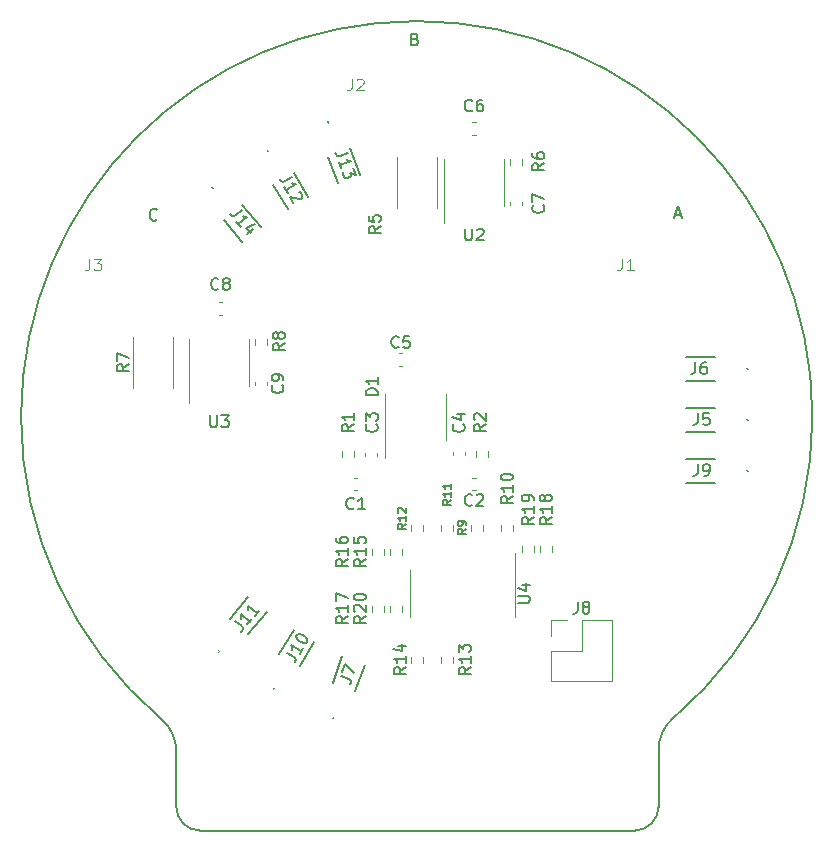
<source format=gbr>
%TF.GenerationSoftware,KiCad,Pcbnew,7.0.6*%
%TF.CreationDate,2024-03-18T21:18:52+03:00*%
%TF.ProjectId,_____ ________,1f3b3042-3020-4343-9042-47383a3e322e,rev?*%
%TF.SameCoordinates,Original*%
%TF.FileFunction,Legend,Top*%
%TF.FilePolarity,Positive*%
%FSLAX46Y46*%
G04 Gerber Fmt 4.6, Leading zero omitted, Abs format (unit mm)*
G04 Created by KiCad (PCBNEW 7.0.6) date 2024-03-18 21:18:52*
%MOMM*%
%LPD*%
G01*
G04 APERTURE LIST*
%ADD10C,0.150000*%
%ADD11C,0.100000*%
%ADD12C,0.120000*%
%ADD13C,0.200000*%
%TA.AperFunction,Profile*%
%ADD14C,0.200000*%
%TD*%
G04 APERTURE END LIST*
D10*
X148790819Y-67222666D02*
X148314628Y-67555999D01*
X148790819Y-67794094D02*
X147790819Y-67794094D01*
X147790819Y-67794094D02*
X147790819Y-67413142D01*
X147790819Y-67413142D02*
X147838438Y-67317904D01*
X147838438Y-67317904D02*
X147886057Y-67270285D01*
X147886057Y-67270285D02*
X147981295Y-67222666D01*
X147981295Y-67222666D02*
X148124152Y-67222666D01*
X148124152Y-67222666D02*
X148219390Y-67270285D01*
X148219390Y-67270285D02*
X148267009Y-67317904D01*
X148267009Y-67317904D02*
X148314628Y-67413142D01*
X148314628Y-67413142D02*
X148314628Y-67794094D01*
X147790819Y-66317904D02*
X147790819Y-66794094D01*
X147790819Y-66794094D02*
X148267009Y-66841713D01*
X148267009Y-66841713D02*
X148219390Y-66794094D01*
X148219390Y-66794094D02*
X148171771Y-66698856D01*
X148171771Y-66698856D02*
X148171771Y-66460761D01*
X148171771Y-66460761D02*
X148219390Y-66365523D01*
X148219390Y-66365523D02*
X148267009Y-66317904D01*
X148267009Y-66317904D02*
X148362247Y-66270285D01*
X148362247Y-66270285D02*
X148600342Y-66270285D01*
X148600342Y-66270285D02*
X148695580Y-66317904D01*
X148695580Y-66317904D02*
X148743200Y-66365523D01*
X148743200Y-66365523D02*
X148790819Y-66460761D01*
X148790819Y-66460761D02*
X148790819Y-66698856D01*
X148790819Y-66698856D02*
X148743200Y-66794094D01*
X148743200Y-66794094D02*
X148695580Y-66841713D01*
X145996819Y-100210857D02*
X145520628Y-100544190D01*
X145996819Y-100782285D02*
X144996819Y-100782285D01*
X144996819Y-100782285D02*
X144996819Y-100401333D01*
X144996819Y-100401333D02*
X145044438Y-100306095D01*
X145044438Y-100306095D02*
X145092057Y-100258476D01*
X145092057Y-100258476D02*
X145187295Y-100210857D01*
X145187295Y-100210857D02*
X145330152Y-100210857D01*
X145330152Y-100210857D02*
X145425390Y-100258476D01*
X145425390Y-100258476D02*
X145473009Y-100306095D01*
X145473009Y-100306095D02*
X145520628Y-100401333D01*
X145520628Y-100401333D02*
X145520628Y-100782285D01*
X145996819Y-99258476D02*
X145996819Y-99829904D01*
X145996819Y-99544190D02*
X144996819Y-99544190D01*
X144996819Y-99544190D02*
X145139676Y-99639428D01*
X145139676Y-99639428D02*
X145234914Y-99734666D01*
X145234914Y-99734666D02*
X145282533Y-99829904D01*
X144996819Y-98925142D02*
X144996819Y-98258476D01*
X144996819Y-98258476D02*
X145996819Y-98687047D01*
X146031429Y-61028833D02*
X145360220Y-61273133D01*
X145360220Y-61273133D02*
X145209691Y-61277246D01*
X145209691Y-61277246D02*
X145087623Y-61220325D01*
X145087623Y-61220325D02*
X144994016Y-61102370D01*
X144994016Y-61102370D02*
X144961443Y-61012875D01*
X145433756Y-62310546D02*
X145238316Y-61773579D01*
X145336036Y-62042063D02*
X146275729Y-61700043D01*
X146275729Y-61700043D02*
X146108914Y-61659408D01*
X146108914Y-61659408D02*
X145986846Y-61602487D01*
X145986846Y-61602487D02*
X145909525Y-61529279D01*
X146487456Y-62281757D02*
X146699182Y-62863472D01*
X146699182Y-62863472D02*
X146227198Y-62680534D01*
X146227198Y-62680534D02*
X146276058Y-62814776D01*
X146276058Y-62814776D02*
X146263884Y-62920557D01*
X146263884Y-62920557D02*
X146235423Y-62981591D01*
X146235423Y-62981591D02*
X146162215Y-63058912D01*
X146162215Y-63058912D02*
X145938479Y-63140345D01*
X145938479Y-63140345D02*
X145832698Y-63128171D01*
X145832698Y-63128171D02*
X145771664Y-63099711D01*
X145771664Y-63099711D02*
X145694343Y-63026503D01*
X145694343Y-63026503D02*
X145596623Y-62758019D01*
X145596623Y-62758019D02*
X145608797Y-62652238D01*
X145608797Y-62652238D02*
X145637258Y-62591204D01*
X155807580Y-83986666D02*
X155855200Y-84034285D01*
X155855200Y-84034285D02*
X155902819Y-84177142D01*
X155902819Y-84177142D02*
X155902819Y-84272380D01*
X155902819Y-84272380D02*
X155855200Y-84415237D01*
X155855200Y-84415237D02*
X155759961Y-84510475D01*
X155759961Y-84510475D02*
X155664723Y-84558094D01*
X155664723Y-84558094D02*
X155474247Y-84605713D01*
X155474247Y-84605713D02*
X155331390Y-84605713D01*
X155331390Y-84605713D02*
X155140914Y-84558094D01*
X155140914Y-84558094D02*
X155045676Y-84510475D01*
X155045676Y-84510475D02*
X154950438Y-84415237D01*
X154950438Y-84415237D02*
X154902819Y-84272380D01*
X154902819Y-84272380D02*
X154902819Y-84177142D01*
X154902819Y-84177142D02*
X154950438Y-84034285D01*
X154950438Y-84034285D02*
X154998057Y-83986666D01*
X155236152Y-83129523D02*
X155902819Y-83129523D01*
X154855200Y-83367618D02*
X155569485Y-83605713D01*
X155569485Y-83605713D02*
X155569485Y-82986666D01*
X135061833Y-72497580D02*
X135014214Y-72545200D01*
X135014214Y-72545200D02*
X134871357Y-72592819D01*
X134871357Y-72592819D02*
X134776119Y-72592819D01*
X134776119Y-72592819D02*
X134633262Y-72545200D01*
X134633262Y-72545200D02*
X134538024Y-72449961D01*
X134538024Y-72449961D02*
X134490405Y-72354723D01*
X134490405Y-72354723D02*
X134442786Y-72164247D01*
X134442786Y-72164247D02*
X134442786Y-72021390D01*
X134442786Y-72021390D02*
X134490405Y-71830914D01*
X134490405Y-71830914D02*
X134538024Y-71735676D01*
X134538024Y-71735676D02*
X134633262Y-71640438D01*
X134633262Y-71640438D02*
X134776119Y-71592819D01*
X134776119Y-71592819D02*
X134871357Y-71592819D01*
X134871357Y-71592819D02*
X135014214Y-71640438D01*
X135014214Y-71640438D02*
X135061833Y-71688057D01*
X135633262Y-72021390D02*
X135538024Y-71973771D01*
X135538024Y-71973771D02*
X135490405Y-71926152D01*
X135490405Y-71926152D02*
X135442786Y-71830914D01*
X135442786Y-71830914D02*
X135442786Y-71783295D01*
X135442786Y-71783295D02*
X135490405Y-71688057D01*
X135490405Y-71688057D02*
X135538024Y-71640438D01*
X135538024Y-71640438D02*
X135633262Y-71592819D01*
X135633262Y-71592819D02*
X135823738Y-71592819D01*
X135823738Y-71592819D02*
X135918976Y-71640438D01*
X135918976Y-71640438D02*
X135966595Y-71688057D01*
X135966595Y-71688057D02*
X136014214Y-71783295D01*
X136014214Y-71783295D02*
X136014214Y-71830914D01*
X136014214Y-71830914D02*
X135966595Y-71926152D01*
X135966595Y-71926152D02*
X135918976Y-71973771D01*
X135918976Y-71973771D02*
X135823738Y-72021390D01*
X135823738Y-72021390D02*
X135633262Y-72021390D01*
X135633262Y-72021390D02*
X135538024Y-72069009D01*
X135538024Y-72069009D02*
X135490405Y-72116628D01*
X135490405Y-72116628D02*
X135442786Y-72211866D01*
X135442786Y-72211866D02*
X135442786Y-72402342D01*
X135442786Y-72402342D02*
X135490405Y-72497580D01*
X135490405Y-72497580D02*
X135538024Y-72545200D01*
X135538024Y-72545200D02*
X135633262Y-72592819D01*
X135633262Y-72592819D02*
X135823738Y-72592819D01*
X135823738Y-72592819D02*
X135918976Y-72545200D01*
X135918976Y-72545200D02*
X135966595Y-72497580D01*
X135966595Y-72497580D02*
X136014214Y-72402342D01*
X136014214Y-72402342D02*
X136014214Y-72211866D01*
X136014214Y-72211866D02*
X135966595Y-72116628D01*
X135966595Y-72116628D02*
X135918976Y-72069009D01*
X135918976Y-72069009D02*
X135823738Y-72021390D01*
D11*
X146351666Y-54702419D02*
X146351666Y-55416704D01*
X146351666Y-55416704D02*
X146304047Y-55559561D01*
X146304047Y-55559561D02*
X146208809Y-55654800D01*
X146208809Y-55654800D02*
X146065952Y-55702419D01*
X146065952Y-55702419D02*
X145970714Y-55702419D01*
X146780238Y-54797657D02*
X146827857Y-54750038D01*
X146827857Y-54750038D02*
X146923095Y-54702419D01*
X146923095Y-54702419D02*
X147161190Y-54702419D01*
X147161190Y-54702419D02*
X147256428Y-54750038D01*
X147256428Y-54750038D02*
X147304047Y-54797657D01*
X147304047Y-54797657D02*
X147351666Y-54892895D01*
X147351666Y-54892895D02*
X147351666Y-54988133D01*
X147351666Y-54988133D02*
X147304047Y-55130990D01*
X147304047Y-55130990D02*
X146732619Y-55702419D01*
X146732619Y-55702419D02*
X147351666Y-55702419D01*
D10*
X151709428Y-51366009D02*
X151852285Y-51413628D01*
X151852285Y-51413628D02*
X151899904Y-51461247D01*
X151899904Y-51461247D02*
X151947523Y-51556485D01*
X151947523Y-51556485D02*
X151947523Y-51699342D01*
X151947523Y-51699342D02*
X151899904Y-51794580D01*
X151899904Y-51794580D02*
X151852285Y-51842200D01*
X151852285Y-51842200D02*
X151757047Y-51889819D01*
X151757047Y-51889819D02*
X151376095Y-51889819D01*
X151376095Y-51889819D02*
X151376095Y-50889819D01*
X151376095Y-50889819D02*
X151709428Y-50889819D01*
X151709428Y-50889819D02*
X151804666Y-50937438D01*
X151804666Y-50937438D02*
X151852285Y-50985057D01*
X151852285Y-50985057D02*
X151899904Y-51080295D01*
X151899904Y-51080295D02*
X151899904Y-51175533D01*
X151899904Y-51175533D02*
X151852285Y-51270771D01*
X151852285Y-51270771D02*
X151804666Y-51318390D01*
X151804666Y-51318390D02*
X151709428Y-51366009D01*
X151709428Y-51366009D02*
X151376095Y-51366009D01*
X146518333Y-91087580D02*
X146470714Y-91135200D01*
X146470714Y-91135200D02*
X146327857Y-91182819D01*
X146327857Y-91182819D02*
X146232619Y-91182819D01*
X146232619Y-91182819D02*
X146089762Y-91135200D01*
X146089762Y-91135200D02*
X145994524Y-91039961D01*
X145994524Y-91039961D02*
X145946905Y-90944723D01*
X145946905Y-90944723D02*
X145899286Y-90754247D01*
X145899286Y-90754247D02*
X145899286Y-90611390D01*
X145899286Y-90611390D02*
X145946905Y-90420914D01*
X145946905Y-90420914D02*
X145994524Y-90325676D01*
X145994524Y-90325676D02*
X146089762Y-90230438D01*
X146089762Y-90230438D02*
X146232619Y-90182819D01*
X146232619Y-90182819D02*
X146327857Y-90182819D01*
X146327857Y-90182819D02*
X146470714Y-90230438D01*
X146470714Y-90230438D02*
X146518333Y-90278057D01*
X147470714Y-91182819D02*
X146899286Y-91182819D01*
X147185000Y-91182819D02*
X147185000Y-90182819D01*
X147185000Y-90182819D02*
X147089762Y-90325676D01*
X147089762Y-90325676D02*
X146994524Y-90420914D01*
X146994524Y-90420914D02*
X146899286Y-90468533D01*
X150938033Y-92398000D02*
X150604700Y-92631333D01*
X150938033Y-92798000D02*
X150238033Y-92798000D01*
X150238033Y-92798000D02*
X150238033Y-92531333D01*
X150238033Y-92531333D02*
X150271366Y-92464667D01*
X150271366Y-92464667D02*
X150304700Y-92431333D01*
X150304700Y-92431333D02*
X150371366Y-92398000D01*
X150371366Y-92398000D02*
X150471366Y-92398000D01*
X150471366Y-92398000D02*
X150538033Y-92431333D01*
X150538033Y-92431333D02*
X150571366Y-92464667D01*
X150571366Y-92464667D02*
X150604700Y-92531333D01*
X150604700Y-92531333D02*
X150604700Y-92798000D01*
X150938033Y-91731333D02*
X150938033Y-92131333D01*
X150938033Y-91931333D02*
X150238033Y-91931333D01*
X150238033Y-91931333D02*
X150338033Y-91998000D01*
X150338033Y-91998000D02*
X150404700Y-92064667D01*
X150404700Y-92064667D02*
X150438033Y-92131333D01*
X150304700Y-91464666D02*
X150271366Y-91431333D01*
X150271366Y-91431333D02*
X150238033Y-91364666D01*
X150238033Y-91364666D02*
X150238033Y-91198000D01*
X150238033Y-91198000D02*
X150271366Y-91131333D01*
X150271366Y-91131333D02*
X150304700Y-91098000D01*
X150304700Y-91098000D02*
X150371366Y-91064666D01*
X150371366Y-91064666D02*
X150438033Y-91064666D01*
X150438033Y-91064666D02*
X150538033Y-91098000D01*
X150538033Y-91098000D02*
X150938033Y-91498000D01*
X150938033Y-91498000D02*
X150938033Y-91064666D01*
X159966819Y-90050857D02*
X159490628Y-90384190D01*
X159966819Y-90622285D02*
X158966819Y-90622285D01*
X158966819Y-90622285D02*
X158966819Y-90241333D01*
X158966819Y-90241333D02*
X159014438Y-90146095D01*
X159014438Y-90146095D02*
X159062057Y-90098476D01*
X159062057Y-90098476D02*
X159157295Y-90050857D01*
X159157295Y-90050857D02*
X159300152Y-90050857D01*
X159300152Y-90050857D02*
X159395390Y-90098476D01*
X159395390Y-90098476D02*
X159443009Y-90146095D01*
X159443009Y-90146095D02*
X159490628Y-90241333D01*
X159490628Y-90241333D02*
X159490628Y-90622285D01*
X159966819Y-89098476D02*
X159966819Y-89669904D01*
X159966819Y-89384190D02*
X158966819Y-89384190D01*
X158966819Y-89384190D02*
X159109676Y-89479428D01*
X159109676Y-89479428D02*
X159204914Y-89574666D01*
X159204914Y-89574666D02*
X159252533Y-89669904D01*
X158966819Y-88479428D02*
X158966819Y-88384190D01*
X158966819Y-88384190D02*
X159014438Y-88288952D01*
X159014438Y-88288952D02*
X159062057Y-88241333D01*
X159062057Y-88241333D02*
X159157295Y-88193714D01*
X159157295Y-88193714D02*
X159347771Y-88146095D01*
X159347771Y-88146095D02*
X159585866Y-88146095D01*
X159585866Y-88146095D02*
X159776342Y-88193714D01*
X159776342Y-88193714D02*
X159871580Y-88241333D01*
X159871580Y-88241333D02*
X159919200Y-88288952D01*
X159919200Y-88288952D02*
X159966819Y-88384190D01*
X159966819Y-88384190D02*
X159966819Y-88479428D01*
X159966819Y-88479428D02*
X159919200Y-88574666D01*
X159919200Y-88574666D02*
X159871580Y-88622285D01*
X159871580Y-88622285D02*
X159776342Y-88669904D01*
X159776342Y-88669904D02*
X159585866Y-88717523D01*
X159585866Y-88717523D02*
X159347771Y-88717523D01*
X159347771Y-88717523D02*
X159157295Y-88669904D01*
X159157295Y-88669904D02*
X159062057Y-88622285D01*
X159062057Y-88622285D02*
X159014438Y-88574666D01*
X159014438Y-88574666D02*
X158966819Y-88479428D01*
X140662819Y-77128666D02*
X140186628Y-77461999D01*
X140662819Y-77700094D02*
X139662819Y-77700094D01*
X139662819Y-77700094D02*
X139662819Y-77319142D01*
X139662819Y-77319142D02*
X139710438Y-77223904D01*
X139710438Y-77223904D02*
X139758057Y-77176285D01*
X139758057Y-77176285D02*
X139853295Y-77128666D01*
X139853295Y-77128666D02*
X139996152Y-77128666D01*
X139996152Y-77128666D02*
X140091390Y-77176285D01*
X140091390Y-77176285D02*
X140139009Y-77223904D01*
X140139009Y-77223904D02*
X140186628Y-77319142D01*
X140186628Y-77319142D02*
X140186628Y-77700094D01*
X140091390Y-76557237D02*
X140043771Y-76652475D01*
X140043771Y-76652475D02*
X139996152Y-76700094D01*
X139996152Y-76700094D02*
X139900914Y-76747713D01*
X139900914Y-76747713D02*
X139853295Y-76747713D01*
X139853295Y-76747713D02*
X139758057Y-76700094D01*
X139758057Y-76700094D02*
X139710438Y-76652475D01*
X139710438Y-76652475D02*
X139662819Y-76557237D01*
X139662819Y-76557237D02*
X139662819Y-76366761D01*
X139662819Y-76366761D02*
X139710438Y-76271523D01*
X139710438Y-76271523D02*
X139758057Y-76223904D01*
X139758057Y-76223904D02*
X139853295Y-76176285D01*
X139853295Y-76176285D02*
X139900914Y-76176285D01*
X139900914Y-76176285D02*
X139996152Y-76223904D01*
X139996152Y-76223904D02*
X140043771Y-76271523D01*
X140043771Y-76271523D02*
X140091390Y-76366761D01*
X140091390Y-76366761D02*
X140091390Y-76557237D01*
X140091390Y-76557237D02*
X140139009Y-76652475D01*
X140139009Y-76652475D02*
X140186628Y-76700094D01*
X140186628Y-76700094D02*
X140281866Y-76747713D01*
X140281866Y-76747713D02*
X140472342Y-76747713D01*
X140472342Y-76747713D02*
X140567580Y-76700094D01*
X140567580Y-76700094D02*
X140615200Y-76652475D01*
X140615200Y-76652475D02*
X140662819Y-76557237D01*
X140662819Y-76557237D02*
X140662819Y-76366761D01*
X140662819Y-76366761D02*
X140615200Y-76271523D01*
X140615200Y-76271523D02*
X140567580Y-76223904D01*
X140567580Y-76223904D02*
X140472342Y-76176285D01*
X140472342Y-76176285D02*
X140281866Y-76176285D01*
X140281866Y-76176285D02*
X140186628Y-76223904D01*
X140186628Y-76223904D02*
X140139009Y-76271523D01*
X140139009Y-76271523D02*
X140091390Y-76366761D01*
D11*
X124126666Y-69942419D02*
X124126666Y-70656704D01*
X124126666Y-70656704D02*
X124079047Y-70799561D01*
X124079047Y-70799561D02*
X123983809Y-70894800D01*
X123983809Y-70894800D02*
X123840952Y-70942419D01*
X123840952Y-70942419D02*
X123745714Y-70942419D01*
X124507619Y-69942419D02*
X125126666Y-69942419D01*
X125126666Y-69942419D02*
X124793333Y-70323371D01*
X124793333Y-70323371D02*
X124936190Y-70323371D01*
X124936190Y-70323371D02*
X125031428Y-70370990D01*
X125031428Y-70370990D02*
X125079047Y-70418609D01*
X125079047Y-70418609D02*
X125126666Y-70513847D01*
X125126666Y-70513847D02*
X125126666Y-70751942D01*
X125126666Y-70751942D02*
X125079047Y-70847180D01*
X125079047Y-70847180D02*
X125031428Y-70894800D01*
X125031428Y-70894800D02*
X124936190Y-70942419D01*
X124936190Y-70942419D02*
X124650476Y-70942419D01*
X124650476Y-70942419D02*
X124555238Y-70894800D01*
X124555238Y-70894800D02*
X124507619Y-70847180D01*
D10*
X129849523Y-66629580D02*
X129801904Y-66677200D01*
X129801904Y-66677200D02*
X129659047Y-66724819D01*
X129659047Y-66724819D02*
X129563809Y-66724819D01*
X129563809Y-66724819D02*
X129420952Y-66677200D01*
X129420952Y-66677200D02*
X129325714Y-66581961D01*
X129325714Y-66581961D02*
X129278095Y-66486723D01*
X129278095Y-66486723D02*
X129230476Y-66296247D01*
X129230476Y-66296247D02*
X129230476Y-66153390D01*
X129230476Y-66153390D02*
X129278095Y-65962914D01*
X129278095Y-65962914D02*
X129325714Y-65867676D01*
X129325714Y-65867676D02*
X129420952Y-65772438D01*
X129420952Y-65772438D02*
X129563809Y-65724819D01*
X129563809Y-65724819D02*
X129659047Y-65724819D01*
X129659047Y-65724819D02*
X129801904Y-65772438D01*
X129801904Y-65772438D02*
X129849523Y-65820057D01*
X155956095Y-67399819D02*
X155956095Y-68209342D01*
X155956095Y-68209342D02*
X156003714Y-68304580D01*
X156003714Y-68304580D02*
X156051333Y-68352200D01*
X156051333Y-68352200D02*
X156146571Y-68399819D01*
X156146571Y-68399819D02*
X156337047Y-68399819D01*
X156337047Y-68399819D02*
X156432285Y-68352200D01*
X156432285Y-68352200D02*
X156479904Y-68304580D01*
X156479904Y-68304580D02*
X156527523Y-68209342D01*
X156527523Y-68209342D02*
X156527523Y-67399819D01*
X156956095Y-67495057D02*
X157003714Y-67447438D01*
X157003714Y-67447438D02*
X157098952Y-67399819D01*
X157098952Y-67399819D02*
X157337047Y-67399819D01*
X157337047Y-67399819D02*
X157432285Y-67447438D01*
X157432285Y-67447438D02*
X157479904Y-67495057D01*
X157479904Y-67495057D02*
X157527523Y-67590295D01*
X157527523Y-67590295D02*
X157527523Y-67685533D01*
X157527523Y-67685533D02*
X157479904Y-67828390D01*
X157479904Y-67828390D02*
X156908476Y-68399819D01*
X156908476Y-68399819D02*
X157527523Y-68399819D01*
X145996819Y-95384857D02*
X145520628Y-95718190D01*
X145996819Y-95956285D02*
X144996819Y-95956285D01*
X144996819Y-95956285D02*
X144996819Y-95575333D01*
X144996819Y-95575333D02*
X145044438Y-95480095D01*
X145044438Y-95480095D02*
X145092057Y-95432476D01*
X145092057Y-95432476D02*
X145187295Y-95384857D01*
X145187295Y-95384857D02*
X145330152Y-95384857D01*
X145330152Y-95384857D02*
X145425390Y-95432476D01*
X145425390Y-95432476D02*
X145473009Y-95480095D01*
X145473009Y-95480095D02*
X145520628Y-95575333D01*
X145520628Y-95575333D02*
X145520628Y-95956285D01*
X145996819Y-94432476D02*
X145996819Y-95003904D01*
X145996819Y-94718190D02*
X144996819Y-94718190D01*
X144996819Y-94718190D02*
X145139676Y-94813428D01*
X145139676Y-94813428D02*
X145234914Y-94908666D01*
X145234914Y-94908666D02*
X145282533Y-95003904D01*
X144996819Y-93575333D02*
X144996819Y-93765809D01*
X144996819Y-93765809D02*
X145044438Y-93861047D01*
X145044438Y-93861047D02*
X145092057Y-93908666D01*
X145092057Y-93908666D02*
X145234914Y-94003904D01*
X145234914Y-94003904D02*
X145425390Y-94051523D01*
X145425390Y-94051523D02*
X145806342Y-94051523D01*
X145806342Y-94051523D02*
X145901580Y-94003904D01*
X145901580Y-94003904D02*
X145949200Y-93956285D01*
X145949200Y-93956285D02*
X145996819Y-93861047D01*
X145996819Y-93861047D02*
X145996819Y-93670571D01*
X145996819Y-93670571D02*
X145949200Y-93575333D01*
X145949200Y-93575333D02*
X145901580Y-93527714D01*
X145901580Y-93527714D02*
X145806342Y-93480095D01*
X145806342Y-93480095D02*
X145568247Y-93480095D01*
X145568247Y-93480095D02*
X145473009Y-93527714D01*
X145473009Y-93527714D02*
X145425390Y-93575333D01*
X145425390Y-93575333D02*
X145377771Y-93670571D01*
X145377771Y-93670571D02*
X145377771Y-93861047D01*
X145377771Y-93861047D02*
X145425390Y-93956285D01*
X145425390Y-93956285D02*
X145473009Y-94003904D01*
X145473009Y-94003904D02*
X145568247Y-94051523D01*
X147520819Y-100210857D02*
X147044628Y-100544190D01*
X147520819Y-100782285D02*
X146520819Y-100782285D01*
X146520819Y-100782285D02*
X146520819Y-100401333D01*
X146520819Y-100401333D02*
X146568438Y-100306095D01*
X146568438Y-100306095D02*
X146616057Y-100258476D01*
X146616057Y-100258476D02*
X146711295Y-100210857D01*
X146711295Y-100210857D02*
X146854152Y-100210857D01*
X146854152Y-100210857D02*
X146949390Y-100258476D01*
X146949390Y-100258476D02*
X146997009Y-100306095D01*
X146997009Y-100306095D02*
X147044628Y-100401333D01*
X147044628Y-100401333D02*
X147044628Y-100782285D01*
X146616057Y-99829904D02*
X146568438Y-99782285D01*
X146568438Y-99782285D02*
X146520819Y-99687047D01*
X146520819Y-99687047D02*
X146520819Y-99448952D01*
X146520819Y-99448952D02*
X146568438Y-99353714D01*
X146568438Y-99353714D02*
X146616057Y-99306095D01*
X146616057Y-99306095D02*
X146711295Y-99258476D01*
X146711295Y-99258476D02*
X146806533Y-99258476D01*
X146806533Y-99258476D02*
X146949390Y-99306095D01*
X146949390Y-99306095D02*
X147520819Y-99877523D01*
X147520819Y-99877523D02*
X147520819Y-99258476D01*
X146520819Y-98639428D02*
X146520819Y-98544190D01*
X146520819Y-98544190D02*
X146568438Y-98448952D01*
X146568438Y-98448952D02*
X146616057Y-98401333D01*
X146616057Y-98401333D02*
X146711295Y-98353714D01*
X146711295Y-98353714D02*
X146901771Y-98306095D01*
X146901771Y-98306095D02*
X147139866Y-98306095D01*
X147139866Y-98306095D02*
X147330342Y-98353714D01*
X147330342Y-98353714D02*
X147425580Y-98401333D01*
X147425580Y-98401333D02*
X147473200Y-98448952D01*
X147473200Y-98448952D02*
X147520819Y-98544190D01*
X147520819Y-98544190D02*
X147520819Y-98639428D01*
X147520819Y-98639428D02*
X147473200Y-98734666D01*
X147473200Y-98734666D02*
X147425580Y-98782285D01*
X147425580Y-98782285D02*
X147330342Y-98829904D01*
X147330342Y-98829904D02*
X147139866Y-98877523D01*
X147139866Y-98877523D02*
X146901771Y-98877523D01*
X146901771Y-98877523D02*
X146711295Y-98829904D01*
X146711295Y-98829904D02*
X146616057Y-98782285D01*
X146616057Y-98782285D02*
X146568438Y-98734666D01*
X146568438Y-98734666D02*
X146520819Y-98639428D01*
X154748033Y-90366000D02*
X154414700Y-90599333D01*
X154748033Y-90766000D02*
X154048033Y-90766000D01*
X154048033Y-90766000D02*
X154048033Y-90499333D01*
X154048033Y-90499333D02*
X154081366Y-90432667D01*
X154081366Y-90432667D02*
X154114700Y-90399333D01*
X154114700Y-90399333D02*
X154181366Y-90366000D01*
X154181366Y-90366000D02*
X154281366Y-90366000D01*
X154281366Y-90366000D02*
X154348033Y-90399333D01*
X154348033Y-90399333D02*
X154381366Y-90432667D01*
X154381366Y-90432667D02*
X154414700Y-90499333D01*
X154414700Y-90499333D02*
X154414700Y-90766000D01*
X154748033Y-89699333D02*
X154748033Y-90099333D01*
X154748033Y-89899333D02*
X154048033Y-89899333D01*
X154048033Y-89899333D02*
X154148033Y-89966000D01*
X154148033Y-89966000D02*
X154214700Y-90032667D01*
X154214700Y-90032667D02*
X154248033Y-90099333D01*
X154748033Y-89032666D02*
X154748033Y-89432666D01*
X154748033Y-89232666D02*
X154048033Y-89232666D01*
X154048033Y-89232666D02*
X154148033Y-89299333D01*
X154148033Y-89299333D02*
X154214700Y-89366000D01*
X154214700Y-89366000D02*
X154248033Y-89432666D01*
X162538580Y-65444666D02*
X162586200Y-65492285D01*
X162586200Y-65492285D02*
X162633819Y-65635142D01*
X162633819Y-65635142D02*
X162633819Y-65730380D01*
X162633819Y-65730380D02*
X162586200Y-65873237D01*
X162586200Y-65873237D02*
X162490961Y-65968475D01*
X162490961Y-65968475D02*
X162395723Y-66016094D01*
X162395723Y-66016094D02*
X162205247Y-66063713D01*
X162205247Y-66063713D02*
X162062390Y-66063713D01*
X162062390Y-66063713D02*
X161871914Y-66016094D01*
X161871914Y-66016094D02*
X161776676Y-65968475D01*
X161776676Y-65968475D02*
X161681438Y-65873237D01*
X161681438Y-65873237D02*
X161633819Y-65730380D01*
X161633819Y-65730380D02*
X161633819Y-65635142D01*
X161633819Y-65635142D02*
X161681438Y-65492285D01*
X161681438Y-65492285D02*
X161729057Y-65444666D01*
X161633819Y-65111332D02*
X161633819Y-64444666D01*
X161633819Y-64444666D02*
X162633819Y-64873237D01*
X163268819Y-91828857D02*
X162792628Y-92162190D01*
X163268819Y-92400285D02*
X162268819Y-92400285D01*
X162268819Y-92400285D02*
X162268819Y-92019333D01*
X162268819Y-92019333D02*
X162316438Y-91924095D01*
X162316438Y-91924095D02*
X162364057Y-91876476D01*
X162364057Y-91876476D02*
X162459295Y-91828857D01*
X162459295Y-91828857D02*
X162602152Y-91828857D01*
X162602152Y-91828857D02*
X162697390Y-91876476D01*
X162697390Y-91876476D02*
X162745009Y-91924095D01*
X162745009Y-91924095D02*
X162792628Y-92019333D01*
X162792628Y-92019333D02*
X162792628Y-92400285D01*
X163268819Y-90876476D02*
X163268819Y-91447904D01*
X163268819Y-91162190D02*
X162268819Y-91162190D01*
X162268819Y-91162190D02*
X162411676Y-91257428D01*
X162411676Y-91257428D02*
X162506914Y-91352666D01*
X162506914Y-91352666D02*
X162554533Y-91447904D01*
X162697390Y-90305047D02*
X162649771Y-90400285D01*
X162649771Y-90400285D02*
X162602152Y-90447904D01*
X162602152Y-90447904D02*
X162506914Y-90495523D01*
X162506914Y-90495523D02*
X162459295Y-90495523D01*
X162459295Y-90495523D02*
X162364057Y-90447904D01*
X162364057Y-90447904D02*
X162316438Y-90400285D01*
X162316438Y-90400285D02*
X162268819Y-90305047D01*
X162268819Y-90305047D02*
X162268819Y-90114571D01*
X162268819Y-90114571D02*
X162316438Y-90019333D01*
X162316438Y-90019333D02*
X162364057Y-89971714D01*
X162364057Y-89971714D02*
X162459295Y-89924095D01*
X162459295Y-89924095D02*
X162506914Y-89924095D01*
X162506914Y-89924095D02*
X162602152Y-89971714D01*
X162602152Y-89971714D02*
X162649771Y-90019333D01*
X162649771Y-90019333D02*
X162697390Y-90114571D01*
X162697390Y-90114571D02*
X162697390Y-90305047D01*
X162697390Y-90305047D02*
X162745009Y-90400285D01*
X162745009Y-90400285D02*
X162792628Y-90447904D01*
X162792628Y-90447904D02*
X162887866Y-90495523D01*
X162887866Y-90495523D02*
X163078342Y-90495523D01*
X163078342Y-90495523D02*
X163173580Y-90447904D01*
X163173580Y-90447904D02*
X163221200Y-90400285D01*
X163221200Y-90400285D02*
X163268819Y-90305047D01*
X163268819Y-90305047D02*
X163268819Y-90114571D01*
X163268819Y-90114571D02*
X163221200Y-90019333D01*
X163221200Y-90019333D02*
X163173580Y-89971714D01*
X163173580Y-89971714D02*
X163078342Y-89924095D01*
X163078342Y-89924095D02*
X162887866Y-89924095D01*
X162887866Y-89924095D02*
X162792628Y-89971714D01*
X162792628Y-89971714D02*
X162745009Y-90019333D01*
X162745009Y-90019333D02*
X162697390Y-90114571D01*
X148441580Y-83986666D02*
X148489200Y-84034285D01*
X148489200Y-84034285D02*
X148536819Y-84177142D01*
X148536819Y-84177142D02*
X148536819Y-84272380D01*
X148536819Y-84272380D02*
X148489200Y-84415237D01*
X148489200Y-84415237D02*
X148393961Y-84510475D01*
X148393961Y-84510475D02*
X148298723Y-84558094D01*
X148298723Y-84558094D02*
X148108247Y-84605713D01*
X148108247Y-84605713D02*
X147965390Y-84605713D01*
X147965390Y-84605713D02*
X147774914Y-84558094D01*
X147774914Y-84558094D02*
X147679676Y-84510475D01*
X147679676Y-84510475D02*
X147584438Y-84415237D01*
X147584438Y-84415237D02*
X147536819Y-84272380D01*
X147536819Y-84272380D02*
X147536819Y-84177142D01*
X147536819Y-84177142D02*
X147584438Y-84034285D01*
X147584438Y-84034285D02*
X147632057Y-83986666D01*
X147536819Y-83653332D02*
X147536819Y-83034285D01*
X147536819Y-83034285D02*
X147917771Y-83367618D01*
X147917771Y-83367618D02*
X147917771Y-83224761D01*
X147917771Y-83224761D02*
X147965390Y-83129523D01*
X147965390Y-83129523D02*
X148013009Y-83081904D01*
X148013009Y-83081904D02*
X148108247Y-83034285D01*
X148108247Y-83034285D02*
X148346342Y-83034285D01*
X148346342Y-83034285D02*
X148441580Y-83081904D01*
X148441580Y-83081904D02*
X148489200Y-83129523D01*
X148489200Y-83129523D02*
X148536819Y-83224761D01*
X148536819Y-83224761D02*
X148536819Y-83510475D01*
X148536819Y-83510475D02*
X148489200Y-83605713D01*
X148489200Y-83605713D02*
X148441580Y-83653332D01*
X145423690Y-105282767D02*
X146094899Y-105527067D01*
X146094899Y-105527067D02*
X146212854Y-105620674D01*
X146212854Y-105620674D02*
X146269776Y-105742742D01*
X146269776Y-105742742D02*
X146265663Y-105893270D01*
X146265663Y-105893270D02*
X146233089Y-105982765D01*
X145553984Y-104924788D02*
X145781997Y-104298327D01*
X145781997Y-104298327D02*
X146575110Y-105043072D01*
X141291378Y-63034341D02*
X140672789Y-63391484D01*
X140672789Y-63391484D02*
X140525261Y-63421673D01*
X140525261Y-63421673D02*
X140395164Y-63386814D01*
X140395164Y-63386814D02*
X140282496Y-63286905D01*
X140282496Y-63286905D02*
X140234877Y-63204427D01*
X140925353Y-64400367D02*
X140639639Y-63905495D01*
X140782496Y-64152931D02*
X141648521Y-63652931D01*
X141648521Y-63652931D02*
X141477184Y-63641881D01*
X141477184Y-63641881D02*
X141347087Y-63607021D01*
X141347087Y-63607021D02*
X141258228Y-63548352D01*
X141899376Y-64277900D02*
X141964425Y-64295330D01*
X141964425Y-64295330D02*
X142053283Y-64353999D01*
X142053283Y-64353999D02*
X142172331Y-64560196D01*
X142172331Y-64560196D02*
X142178711Y-64666484D01*
X142178711Y-64666484D02*
X142161281Y-64731533D01*
X142161281Y-64731533D02*
X142102612Y-64820391D01*
X142102612Y-64820391D02*
X142020133Y-64868010D01*
X142020133Y-64868010D02*
X141872606Y-64898199D01*
X141872606Y-64898199D02*
X141092020Y-64689042D01*
X141092020Y-64689042D02*
X141401544Y-65225153D01*
X161744819Y-91828857D02*
X161268628Y-92162190D01*
X161744819Y-92400285D02*
X160744819Y-92400285D01*
X160744819Y-92400285D02*
X160744819Y-92019333D01*
X160744819Y-92019333D02*
X160792438Y-91924095D01*
X160792438Y-91924095D02*
X160840057Y-91876476D01*
X160840057Y-91876476D02*
X160935295Y-91828857D01*
X160935295Y-91828857D02*
X161078152Y-91828857D01*
X161078152Y-91828857D02*
X161173390Y-91876476D01*
X161173390Y-91876476D02*
X161221009Y-91924095D01*
X161221009Y-91924095D02*
X161268628Y-92019333D01*
X161268628Y-92019333D02*
X161268628Y-92400285D01*
X161744819Y-90876476D02*
X161744819Y-91447904D01*
X161744819Y-91162190D02*
X160744819Y-91162190D01*
X160744819Y-91162190D02*
X160887676Y-91257428D01*
X160887676Y-91257428D02*
X160982914Y-91352666D01*
X160982914Y-91352666D02*
X161030533Y-91447904D01*
X161744819Y-90400285D02*
X161744819Y-90209809D01*
X161744819Y-90209809D02*
X161697200Y-90114571D01*
X161697200Y-90114571D02*
X161649580Y-90066952D01*
X161649580Y-90066952D02*
X161506723Y-89971714D01*
X161506723Y-89971714D02*
X161316247Y-89924095D01*
X161316247Y-89924095D02*
X160935295Y-89924095D01*
X160935295Y-89924095D02*
X160840057Y-89971714D01*
X160840057Y-89971714D02*
X160792438Y-90019333D01*
X160792438Y-90019333D02*
X160744819Y-90114571D01*
X160744819Y-90114571D02*
X160744819Y-90305047D01*
X160744819Y-90305047D02*
X160792438Y-90400285D01*
X160792438Y-90400285D02*
X160840057Y-90447904D01*
X160840057Y-90447904D02*
X160935295Y-90495523D01*
X160935295Y-90495523D02*
X161173390Y-90495523D01*
X161173390Y-90495523D02*
X161268628Y-90447904D01*
X161268628Y-90447904D02*
X161316247Y-90400285D01*
X161316247Y-90400285D02*
X161363866Y-90305047D01*
X161363866Y-90305047D02*
X161363866Y-90114571D01*
X161363866Y-90114571D02*
X161316247Y-90019333D01*
X161316247Y-90019333D02*
X161268628Y-89971714D01*
X161268628Y-89971714D02*
X161173390Y-89924095D01*
X134366095Y-83209819D02*
X134366095Y-84019342D01*
X134366095Y-84019342D02*
X134413714Y-84114580D01*
X134413714Y-84114580D02*
X134461333Y-84162200D01*
X134461333Y-84162200D02*
X134556571Y-84209819D01*
X134556571Y-84209819D02*
X134747047Y-84209819D01*
X134747047Y-84209819D02*
X134842285Y-84162200D01*
X134842285Y-84162200D02*
X134889904Y-84114580D01*
X134889904Y-84114580D02*
X134937523Y-84019342D01*
X134937523Y-84019342D02*
X134937523Y-83209819D01*
X135318476Y-83209819D02*
X135937523Y-83209819D01*
X135937523Y-83209819D02*
X135604190Y-83590771D01*
X135604190Y-83590771D02*
X135747047Y-83590771D01*
X135747047Y-83590771D02*
X135842285Y-83638390D01*
X135842285Y-83638390D02*
X135889904Y-83686009D01*
X135889904Y-83686009D02*
X135937523Y-83781247D01*
X135937523Y-83781247D02*
X135937523Y-84019342D01*
X135937523Y-84019342D02*
X135889904Y-84114580D01*
X135889904Y-84114580D02*
X135842285Y-84162200D01*
X135842285Y-84162200D02*
X135747047Y-84209819D01*
X135747047Y-84209819D02*
X135461333Y-84209819D01*
X135461333Y-84209819D02*
X135366095Y-84162200D01*
X135366095Y-84162200D02*
X135318476Y-84114580D01*
X175434666Y-78702819D02*
X175434666Y-79417104D01*
X175434666Y-79417104D02*
X175387047Y-79559961D01*
X175387047Y-79559961D02*
X175291809Y-79655200D01*
X175291809Y-79655200D02*
X175148952Y-79702819D01*
X175148952Y-79702819D02*
X175053714Y-79702819D01*
X176339428Y-78702819D02*
X176148952Y-78702819D01*
X176148952Y-78702819D02*
X176053714Y-78750438D01*
X176053714Y-78750438D02*
X176006095Y-78798057D01*
X176006095Y-78798057D02*
X175910857Y-78940914D01*
X175910857Y-78940914D02*
X175863238Y-79131390D01*
X175863238Y-79131390D02*
X175863238Y-79512342D01*
X175863238Y-79512342D02*
X175910857Y-79607580D01*
X175910857Y-79607580D02*
X175958476Y-79655200D01*
X175958476Y-79655200D02*
X176053714Y-79702819D01*
X176053714Y-79702819D02*
X176244190Y-79702819D01*
X176244190Y-79702819D02*
X176339428Y-79655200D01*
X176339428Y-79655200D02*
X176387047Y-79607580D01*
X176387047Y-79607580D02*
X176434666Y-79512342D01*
X176434666Y-79512342D02*
X176434666Y-79274247D01*
X176434666Y-79274247D02*
X176387047Y-79179009D01*
X176387047Y-79179009D02*
X176339428Y-79131390D01*
X176339428Y-79131390D02*
X176244190Y-79083771D01*
X176244190Y-79083771D02*
X176053714Y-79083771D01*
X176053714Y-79083771D02*
X175958476Y-79131390D01*
X175958476Y-79131390D02*
X175910857Y-79179009D01*
X175910857Y-79179009D02*
X175863238Y-79274247D01*
X157680819Y-83986666D02*
X157204628Y-84319999D01*
X157680819Y-84558094D02*
X156680819Y-84558094D01*
X156680819Y-84558094D02*
X156680819Y-84177142D01*
X156680819Y-84177142D02*
X156728438Y-84081904D01*
X156728438Y-84081904D02*
X156776057Y-84034285D01*
X156776057Y-84034285D02*
X156871295Y-83986666D01*
X156871295Y-83986666D02*
X157014152Y-83986666D01*
X157014152Y-83986666D02*
X157109390Y-84034285D01*
X157109390Y-84034285D02*
X157157009Y-84081904D01*
X157157009Y-84081904D02*
X157204628Y-84177142D01*
X157204628Y-84177142D02*
X157204628Y-84558094D01*
X156776057Y-83605713D02*
X156728438Y-83558094D01*
X156728438Y-83558094D02*
X156680819Y-83462856D01*
X156680819Y-83462856D02*
X156680819Y-83224761D01*
X156680819Y-83224761D02*
X156728438Y-83129523D01*
X156728438Y-83129523D02*
X156776057Y-83081904D01*
X156776057Y-83081904D02*
X156871295Y-83034285D01*
X156871295Y-83034285D02*
X156966533Y-83034285D01*
X156966533Y-83034285D02*
X157109390Y-83081904D01*
X157109390Y-83081904D02*
X157680819Y-83653332D01*
X157680819Y-83653332D02*
X157680819Y-83034285D01*
D11*
X169211666Y-69942419D02*
X169211666Y-70656704D01*
X169211666Y-70656704D02*
X169164047Y-70799561D01*
X169164047Y-70799561D02*
X169068809Y-70894800D01*
X169068809Y-70894800D02*
X168925952Y-70942419D01*
X168925952Y-70942419D02*
X168830714Y-70942419D01*
X170211666Y-70942419D02*
X169640238Y-70942419D01*
X169925952Y-70942419D02*
X169925952Y-69942419D01*
X169925952Y-69942419D02*
X169830714Y-70085276D01*
X169830714Y-70085276D02*
X169735476Y-70180514D01*
X169735476Y-70180514D02*
X169640238Y-70228133D01*
D10*
X173751905Y-66209104D02*
X174228095Y-66209104D01*
X173656667Y-66494819D02*
X173990000Y-65494819D01*
X173990000Y-65494819D02*
X174323333Y-66494819D01*
X140855097Y-103298476D02*
X141473687Y-103655619D01*
X141473687Y-103655619D02*
X141573595Y-103768287D01*
X141573595Y-103768287D02*
X141608455Y-103898384D01*
X141608455Y-103898384D02*
X141578265Y-104045912D01*
X141578265Y-104045912D02*
X141530646Y-104128390D01*
X142221123Y-102932450D02*
X141935408Y-103427322D01*
X142078266Y-103179886D02*
X141212240Y-102679886D01*
X141212240Y-102679886D02*
X141288339Y-102833793D01*
X141288339Y-102833793D02*
X141323199Y-102963891D01*
X141323199Y-102963891D02*
X141316819Y-103070179D01*
X141664621Y-101896339D02*
X141712240Y-101813861D01*
X141712240Y-101813861D02*
X141801099Y-101755192D01*
X141801099Y-101755192D02*
X141866147Y-101737762D01*
X141866147Y-101737762D02*
X141972436Y-101744142D01*
X141972436Y-101744142D02*
X142161202Y-101798140D01*
X142161202Y-101798140D02*
X142367399Y-101917188D01*
X142367399Y-101917188D02*
X142508546Y-102053665D01*
X142508546Y-102053665D02*
X142567216Y-102142524D01*
X142567216Y-102142524D02*
X142584645Y-102207573D01*
X142584645Y-102207573D02*
X142578266Y-102313861D01*
X142578266Y-102313861D02*
X142530647Y-102396339D01*
X142530647Y-102396339D02*
X142441788Y-102455008D01*
X142441788Y-102455008D02*
X142376739Y-102472438D01*
X142376739Y-102472438D02*
X142270451Y-102466058D01*
X142270451Y-102466058D02*
X142081685Y-102412060D01*
X142081685Y-102412060D02*
X141875488Y-102293012D01*
X141875488Y-102293012D02*
X141734340Y-102156535D01*
X141734340Y-102156535D02*
X141675671Y-102067676D01*
X141675671Y-102067676D02*
X141658241Y-102002627D01*
X141658241Y-102002627D02*
X141664621Y-101896339D01*
X175652666Y-83020819D02*
X175652666Y-83735104D01*
X175652666Y-83735104D02*
X175605047Y-83877961D01*
X175605047Y-83877961D02*
X175509809Y-83973200D01*
X175509809Y-83973200D02*
X175366952Y-84020819D01*
X175366952Y-84020819D02*
X175271714Y-84020819D01*
X176605047Y-83020819D02*
X176128857Y-83020819D01*
X176128857Y-83020819D02*
X176081238Y-83497009D01*
X176081238Y-83497009D02*
X176128857Y-83449390D01*
X176128857Y-83449390D02*
X176224095Y-83401771D01*
X176224095Y-83401771D02*
X176462190Y-83401771D01*
X176462190Y-83401771D02*
X176557428Y-83449390D01*
X176557428Y-83449390D02*
X176605047Y-83497009D01*
X176605047Y-83497009D02*
X176652666Y-83592247D01*
X176652666Y-83592247D02*
X176652666Y-83830342D01*
X176652666Y-83830342D02*
X176605047Y-83925580D01*
X176605047Y-83925580D02*
X176557428Y-83973200D01*
X176557428Y-83973200D02*
X176462190Y-84020819D01*
X176462190Y-84020819D02*
X176224095Y-84020819D01*
X176224095Y-84020819D02*
X176128857Y-83973200D01*
X176128857Y-83973200D02*
X176081238Y-83925580D01*
X160436819Y-99059904D02*
X161246342Y-99059904D01*
X161246342Y-99059904D02*
X161341580Y-99012285D01*
X161341580Y-99012285D02*
X161389200Y-98964666D01*
X161389200Y-98964666D02*
X161436819Y-98869428D01*
X161436819Y-98869428D02*
X161436819Y-98678952D01*
X161436819Y-98678952D02*
X161389200Y-98583714D01*
X161389200Y-98583714D02*
X161341580Y-98536095D01*
X161341580Y-98536095D02*
X161246342Y-98488476D01*
X161246342Y-98488476D02*
X160436819Y-98488476D01*
X160770152Y-97583714D02*
X161436819Y-97583714D01*
X160389200Y-97821809D02*
X161103485Y-98059904D01*
X161103485Y-98059904D02*
X161103485Y-97440857D01*
X162633819Y-61888666D02*
X162157628Y-62221999D01*
X162633819Y-62460094D02*
X161633819Y-62460094D01*
X161633819Y-62460094D02*
X161633819Y-62079142D01*
X161633819Y-62079142D02*
X161681438Y-61983904D01*
X161681438Y-61983904D02*
X161729057Y-61936285D01*
X161729057Y-61936285D02*
X161824295Y-61888666D01*
X161824295Y-61888666D02*
X161967152Y-61888666D01*
X161967152Y-61888666D02*
X162062390Y-61936285D01*
X162062390Y-61936285D02*
X162110009Y-61983904D01*
X162110009Y-61983904D02*
X162157628Y-62079142D01*
X162157628Y-62079142D02*
X162157628Y-62460094D01*
X161633819Y-61031523D02*
X161633819Y-61221999D01*
X161633819Y-61221999D02*
X161681438Y-61317237D01*
X161681438Y-61317237D02*
X161729057Y-61364856D01*
X161729057Y-61364856D02*
X161871914Y-61460094D01*
X161871914Y-61460094D02*
X162062390Y-61507713D01*
X162062390Y-61507713D02*
X162443342Y-61507713D01*
X162443342Y-61507713D02*
X162538580Y-61460094D01*
X162538580Y-61460094D02*
X162586200Y-61412475D01*
X162586200Y-61412475D02*
X162633819Y-61317237D01*
X162633819Y-61317237D02*
X162633819Y-61126761D01*
X162633819Y-61126761D02*
X162586200Y-61031523D01*
X162586200Y-61031523D02*
X162538580Y-60983904D01*
X162538580Y-60983904D02*
X162443342Y-60936285D01*
X162443342Y-60936285D02*
X162205247Y-60936285D01*
X162205247Y-60936285D02*
X162110009Y-60983904D01*
X162110009Y-60983904D02*
X162062390Y-61031523D01*
X162062390Y-61031523D02*
X162014771Y-61126761D01*
X162014771Y-61126761D02*
X162014771Y-61317237D01*
X162014771Y-61317237D02*
X162062390Y-61412475D01*
X162062390Y-61412475D02*
X162110009Y-61460094D01*
X162110009Y-61460094D02*
X162205247Y-61507713D01*
X156018033Y-92826666D02*
X155684700Y-93059999D01*
X156018033Y-93226666D02*
X155318033Y-93226666D01*
X155318033Y-93226666D02*
X155318033Y-92959999D01*
X155318033Y-92959999D02*
X155351366Y-92893333D01*
X155351366Y-92893333D02*
X155384700Y-92859999D01*
X155384700Y-92859999D02*
X155451366Y-92826666D01*
X155451366Y-92826666D02*
X155551366Y-92826666D01*
X155551366Y-92826666D02*
X155618033Y-92859999D01*
X155618033Y-92859999D02*
X155651366Y-92893333D01*
X155651366Y-92893333D02*
X155684700Y-92959999D01*
X155684700Y-92959999D02*
X155684700Y-93226666D01*
X156018033Y-92493333D02*
X156018033Y-92359999D01*
X156018033Y-92359999D02*
X155984700Y-92293333D01*
X155984700Y-92293333D02*
X155951366Y-92259999D01*
X155951366Y-92259999D02*
X155851366Y-92193333D01*
X155851366Y-92193333D02*
X155718033Y-92159999D01*
X155718033Y-92159999D02*
X155451366Y-92159999D01*
X155451366Y-92159999D02*
X155384700Y-92193333D01*
X155384700Y-92193333D02*
X155351366Y-92226666D01*
X155351366Y-92226666D02*
X155318033Y-92293333D01*
X155318033Y-92293333D02*
X155318033Y-92426666D01*
X155318033Y-92426666D02*
X155351366Y-92493333D01*
X155351366Y-92493333D02*
X155384700Y-92526666D01*
X155384700Y-92526666D02*
X155451366Y-92559999D01*
X155451366Y-92559999D02*
X155618033Y-92559999D01*
X155618033Y-92559999D02*
X155684700Y-92526666D01*
X155684700Y-92526666D02*
X155718033Y-92493333D01*
X155718033Y-92493333D02*
X155751366Y-92426666D01*
X155751366Y-92426666D02*
X155751366Y-92293333D01*
X155751366Y-92293333D02*
X155718033Y-92226666D01*
X155718033Y-92226666D02*
X155684700Y-92193333D01*
X155684700Y-92193333D02*
X155618033Y-92159999D01*
X136476015Y-100599694D02*
X137023190Y-101058828D01*
X137023190Y-101058828D02*
X137102016Y-101187133D01*
X137102016Y-101187133D02*
X137113754Y-101321307D01*
X137113754Y-101321307D02*
X137058406Y-101461351D01*
X137058406Y-101461351D02*
X136997188Y-101534308D01*
X137884847Y-100476437D02*
X137517540Y-100914177D01*
X137701194Y-100695307D02*
X136935149Y-100052519D01*
X136935149Y-100052519D02*
X136983366Y-100217303D01*
X136983366Y-100217303D02*
X136995105Y-100351477D01*
X136995105Y-100351477D02*
X136970365Y-100455043D01*
X138497026Y-99746871D02*
X138129719Y-100184610D01*
X138313372Y-99965741D02*
X137547328Y-99322953D01*
X137547328Y-99322953D02*
X137595545Y-99487736D01*
X137595545Y-99487736D02*
X137607284Y-99621911D01*
X137607284Y-99621911D02*
X137582544Y-99725476D01*
X150916819Y-104528857D02*
X150440628Y-104862190D01*
X150916819Y-105100285D02*
X149916819Y-105100285D01*
X149916819Y-105100285D02*
X149916819Y-104719333D01*
X149916819Y-104719333D02*
X149964438Y-104624095D01*
X149964438Y-104624095D02*
X150012057Y-104576476D01*
X150012057Y-104576476D02*
X150107295Y-104528857D01*
X150107295Y-104528857D02*
X150250152Y-104528857D01*
X150250152Y-104528857D02*
X150345390Y-104576476D01*
X150345390Y-104576476D02*
X150393009Y-104624095D01*
X150393009Y-104624095D02*
X150440628Y-104719333D01*
X150440628Y-104719333D02*
X150440628Y-105100285D01*
X150916819Y-103576476D02*
X150916819Y-104147904D01*
X150916819Y-103862190D02*
X149916819Y-103862190D01*
X149916819Y-103862190D02*
X150059676Y-103957428D01*
X150059676Y-103957428D02*
X150154914Y-104052666D01*
X150154914Y-104052666D02*
X150202533Y-104147904D01*
X150250152Y-102719333D02*
X150916819Y-102719333D01*
X149869200Y-102957428D02*
X150583485Y-103195523D01*
X150583485Y-103195523D02*
X150583485Y-102576476D01*
X165476666Y-98998819D02*
X165476666Y-99713104D01*
X165476666Y-99713104D02*
X165429047Y-99855961D01*
X165429047Y-99855961D02*
X165333809Y-99951200D01*
X165333809Y-99951200D02*
X165190952Y-99998819D01*
X165190952Y-99998819D02*
X165095714Y-99998819D01*
X166095714Y-99427390D02*
X166000476Y-99379771D01*
X166000476Y-99379771D02*
X165952857Y-99332152D01*
X165952857Y-99332152D02*
X165905238Y-99236914D01*
X165905238Y-99236914D02*
X165905238Y-99189295D01*
X165905238Y-99189295D02*
X165952857Y-99094057D01*
X165952857Y-99094057D02*
X166000476Y-99046438D01*
X166000476Y-99046438D02*
X166095714Y-98998819D01*
X166095714Y-98998819D02*
X166286190Y-98998819D01*
X166286190Y-98998819D02*
X166381428Y-99046438D01*
X166381428Y-99046438D02*
X166429047Y-99094057D01*
X166429047Y-99094057D02*
X166476666Y-99189295D01*
X166476666Y-99189295D02*
X166476666Y-99236914D01*
X166476666Y-99236914D02*
X166429047Y-99332152D01*
X166429047Y-99332152D02*
X166381428Y-99379771D01*
X166381428Y-99379771D02*
X166286190Y-99427390D01*
X166286190Y-99427390D02*
X166095714Y-99427390D01*
X166095714Y-99427390D02*
X166000476Y-99475009D01*
X166000476Y-99475009D02*
X165952857Y-99522628D01*
X165952857Y-99522628D02*
X165905238Y-99617866D01*
X165905238Y-99617866D02*
X165905238Y-99808342D01*
X165905238Y-99808342D02*
X165952857Y-99903580D01*
X165952857Y-99903580D02*
X166000476Y-99951200D01*
X166000476Y-99951200D02*
X166095714Y-99998819D01*
X166095714Y-99998819D02*
X166286190Y-99998819D01*
X166286190Y-99998819D02*
X166381428Y-99951200D01*
X166381428Y-99951200D02*
X166429047Y-99903580D01*
X166429047Y-99903580D02*
X166476666Y-99808342D01*
X166476666Y-99808342D02*
X166476666Y-99617866D01*
X166476666Y-99617866D02*
X166429047Y-99522628D01*
X166429047Y-99522628D02*
X166381428Y-99475009D01*
X166381428Y-99475009D02*
X166286190Y-99427390D01*
X156410819Y-104528857D02*
X155934628Y-104862190D01*
X156410819Y-105100285D02*
X155410819Y-105100285D01*
X155410819Y-105100285D02*
X155410819Y-104719333D01*
X155410819Y-104719333D02*
X155458438Y-104624095D01*
X155458438Y-104624095D02*
X155506057Y-104576476D01*
X155506057Y-104576476D02*
X155601295Y-104528857D01*
X155601295Y-104528857D02*
X155744152Y-104528857D01*
X155744152Y-104528857D02*
X155839390Y-104576476D01*
X155839390Y-104576476D02*
X155887009Y-104624095D01*
X155887009Y-104624095D02*
X155934628Y-104719333D01*
X155934628Y-104719333D02*
X155934628Y-105100285D01*
X156410819Y-103576476D02*
X156410819Y-104147904D01*
X156410819Y-103862190D02*
X155410819Y-103862190D01*
X155410819Y-103862190D02*
X155553676Y-103957428D01*
X155553676Y-103957428D02*
X155648914Y-104052666D01*
X155648914Y-104052666D02*
X155696533Y-104147904D01*
X155410819Y-103243142D02*
X155410819Y-102624095D01*
X155410819Y-102624095D02*
X155791771Y-102957428D01*
X155791771Y-102957428D02*
X155791771Y-102814571D01*
X155791771Y-102814571D02*
X155839390Y-102719333D01*
X155839390Y-102719333D02*
X155887009Y-102671714D01*
X155887009Y-102671714D02*
X155982247Y-102624095D01*
X155982247Y-102624095D02*
X156220342Y-102624095D01*
X156220342Y-102624095D02*
X156315580Y-102671714D01*
X156315580Y-102671714D02*
X156363200Y-102719333D01*
X156363200Y-102719333D02*
X156410819Y-102814571D01*
X156410819Y-102814571D02*
X156410819Y-103100285D01*
X156410819Y-103100285D02*
X156363200Y-103195523D01*
X156363200Y-103195523D02*
X156315580Y-103243142D01*
X146504819Y-83986666D02*
X146028628Y-84319999D01*
X146504819Y-84558094D02*
X145504819Y-84558094D01*
X145504819Y-84558094D02*
X145504819Y-84177142D01*
X145504819Y-84177142D02*
X145552438Y-84081904D01*
X145552438Y-84081904D02*
X145600057Y-84034285D01*
X145600057Y-84034285D02*
X145695295Y-83986666D01*
X145695295Y-83986666D02*
X145838152Y-83986666D01*
X145838152Y-83986666D02*
X145933390Y-84034285D01*
X145933390Y-84034285D02*
X145981009Y-84081904D01*
X145981009Y-84081904D02*
X146028628Y-84177142D01*
X146028628Y-84177142D02*
X146028628Y-84558094D01*
X146504819Y-83034285D02*
X146504819Y-83605713D01*
X146504819Y-83319999D02*
X145504819Y-83319999D01*
X145504819Y-83319999D02*
X145647676Y-83415237D01*
X145647676Y-83415237D02*
X145742914Y-83510475D01*
X145742914Y-83510475D02*
X145790533Y-83605713D01*
X127454819Y-78906666D02*
X126978628Y-79239999D01*
X127454819Y-79478094D02*
X126454819Y-79478094D01*
X126454819Y-79478094D02*
X126454819Y-79097142D01*
X126454819Y-79097142D02*
X126502438Y-79001904D01*
X126502438Y-79001904D02*
X126550057Y-78954285D01*
X126550057Y-78954285D02*
X126645295Y-78906666D01*
X126645295Y-78906666D02*
X126788152Y-78906666D01*
X126788152Y-78906666D02*
X126883390Y-78954285D01*
X126883390Y-78954285D02*
X126931009Y-79001904D01*
X126931009Y-79001904D02*
X126978628Y-79097142D01*
X126978628Y-79097142D02*
X126978628Y-79478094D01*
X126454819Y-78573332D02*
X126454819Y-77906666D01*
X126454819Y-77906666D02*
X127454819Y-78335237D01*
X137057281Y-65831433D02*
X136510106Y-66290567D01*
X136510106Y-66290567D02*
X136370062Y-66345915D01*
X136370062Y-66345915D02*
X136235888Y-66334177D01*
X136235888Y-66334177D02*
X136107583Y-66255351D01*
X136107583Y-66255351D02*
X136046365Y-66182394D01*
X136934024Y-67240265D02*
X136566717Y-66802526D01*
X136750370Y-67021395D02*
X137516415Y-66378608D01*
X137516415Y-66378608D02*
X137345762Y-66397478D01*
X137345762Y-66397478D02*
X137211588Y-66385739D01*
X137211588Y-66385739D02*
X137113891Y-66343392D01*
X137995681Y-67468350D02*
X137484985Y-67896875D01*
X138134463Y-67041087D02*
X137434244Y-67317829D01*
X137434244Y-67317829D02*
X137832160Y-67792047D01*
X156551333Y-90783580D02*
X156503714Y-90831200D01*
X156503714Y-90831200D02*
X156360857Y-90878819D01*
X156360857Y-90878819D02*
X156265619Y-90878819D01*
X156265619Y-90878819D02*
X156122762Y-90831200D01*
X156122762Y-90831200D02*
X156027524Y-90735961D01*
X156027524Y-90735961D02*
X155979905Y-90640723D01*
X155979905Y-90640723D02*
X155932286Y-90450247D01*
X155932286Y-90450247D02*
X155932286Y-90307390D01*
X155932286Y-90307390D02*
X155979905Y-90116914D01*
X155979905Y-90116914D02*
X156027524Y-90021676D01*
X156027524Y-90021676D02*
X156122762Y-89926438D01*
X156122762Y-89926438D02*
X156265619Y-89878819D01*
X156265619Y-89878819D02*
X156360857Y-89878819D01*
X156360857Y-89878819D02*
X156503714Y-89926438D01*
X156503714Y-89926438D02*
X156551333Y-89974057D01*
X156932286Y-89974057D02*
X156979905Y-89926438D01*
X156979905Y-89926438D02*
X157075143Y-89878819D01*
X157075143Y-89878819D02*
X157313238Y-89878819D01*
X157313238Y-89878819D02*
X157408476Y-89926438D01*
X157408476Y-89926438D02*
X157456095Y-89974057D01*
X157456095Y-89974057D02*
X157503714Y-90069295D01*
X157503714Y-90069295D02*
X157503714Y-90164533D01*
X157503714Y-90164533D02*
X157456095Y-90307390D01*
X157456095Y-90307390D02*
X156884667Y-90878819D01*
X156884667Y-90878819D02*
X157503714Y-90878819D01*
X156551333Y-57382580D02*
X156503714Y-57430200D01*
X156503714Y-57430200D02*
X156360857Y-57477819D01*
X156360857Y-57477819D02*
X156265619Y-57477819D01*
X156265619Y-57477819D02*
X156122762Y-57430200D01*
X156122762Y-57430200D02*
X156027524Y-57334961D01*
X156027524Y-57334961D02*
X155979905Y-57239723D01*
X155979905Y-57239723D02*
X155932286Y-57049247D01*
X155932286Y-57049247D02*
X155932286Y-56906390D01*
X155932286Y-56906390D02*
X155979905Y-56715914D01*
X155979905Y-56715914D02*
X156027524Y-56620676D01*
X156027524Y-56620676D02*
X156122762Y-56525438D01*
X156122762Y-56525438D02*
X156265619Y-56477819D01*
X156265619Y-56477819D02*
X156360857Y-56477819D01*
X156360857Y-56477819D02*
X156503714Y-56525438D01*
X156503714Y-56525438D02*
X156551333Y-56573057D01*
X157408476Y-56477819D02*
X157218000Y-56477819D01*
X157218000Y-56477819D02*
X157122762Y-56525438D01*
X157122762Y-56525438D02*
X157075143Y-56573057D01*
X157075143Y-56573057D02*
X156979905Y-56715914D01*
X156979905Y-56715914D02*
X156932286Y-56906390D01*
X156932286Y-56906390D02*
X156932286Y-57287342D01*
X156932286Y-57287342D02*
X156979905Y-57382580D01*
X156979905Y-57382580D02*
X157027524Y-57430200D01*
X157027524Y-57430200D02*
X157122762Y-57477819D01*
X157122762Y-57477819D02*
X157313238Y-57477819D01*
X157313238Y-57477819D02*
X157408476Y-57430200D01*
X157408476Y-57430200D02*
X157456095Y-57382580D01*
X157456095Y-57382580D02*
X157503714Y-57287342D01*
X157503714Y-57287342D02*
X157503714Y-57049247D01*
X157503714Y-57049247D02*
X157456095Y-56954009D01*
X157456095Y-56954009D02*
X157408476Y-56906390D01*
X157408476Y-56906390D02*
X157313238Y-56858771D01*
X157313238Y-56858771D02*
X157122762Y-56858771D01*
X157122762Y-56858771D02*
X157027524Y-56906390D01*
X157027524Y-56906390D02*
X156979905Y-56954009D01*
X156979905Y-56954009D02*
X156932286Y-57049247D01*
X175652666Y-87338819D02*
X175652666Y-88053104D01*
X175652666Y-88053104D02*
X175605047Y-88195961D01*
X175605047Y-88195961D02*
X175509809Y-88291200D01*
X175509809Y-88291200D02*
X175366952Y-88338819D01*
X175366952Y-88338819D02*
X175271714Y-88338819D01*
X176176476Y-88338819D02*
X176366952Y-88338819D01*
X176366952Y-88338819D02*
X176462190Y-88291200D01*
X176462190Y-88291200D02*
X176509809Y-88243580D01*
X176509809Y-88243580D02*
X176605047Y-88100723D01*
X176605047Y-88100723D02*
X176652666Y-87910247D01*
X176652666Y-87910247D02*
X176652666Y-87529295D01*
X176652666Y-87529295D02*
X176605047Y-87434057D01*
X176605047Y-87434057D02*
X176557428Y-87386438D01*
X176557428Y-87386438D02*
X176462190Y-87338819D01*
X176462190Y-87338819D02*
X176271714Y-87338819D01*
X176271714Y-87338819D02*
X176176476Y-87386438D01*
X176176476Y-87386438D02*
X176128857Y-87434057D01*
X176128857Y-87434057D02*
X176081238Y-87529295D01*
X176081238Y-87529295D02*
X176081238Y-87767390D01*
X176081238Y-87767390D02*
X176128857Y-87862628D01*
X176128857Y-87862628D02*
X176176476Y-87910247D01*
X176176476Y-87910247D02*
X176271714Y-87957866D01*
X176271714Y-87957866D02*
X176462190Y-87957866D01*
X176462190Y-87957866D02*
X176557428Y-87910247D01*
X176557428Y-87910247D02*
X176605047Y-87862628D01*
X176605047Y-87862628D02*
X176652666Y-87767390D01*
X148536819Y-81510094D02*
X147536819Y-81510094D01*
X147536819Y-81510094D02*
X147536819Y-81271999D01*
X147536819Y-81271999D02*
X147584438Y-81129142D01*
X147584438Y-81129142D02*
X147679676Y-81033904D01*
X147679676Y-81033904D02*
X147774914Y-80986285D01*
X147774914Y-80986285D02*
X147965390Y-80938666D01*
X147965390Y-80938666D02*
X148108247Y-80938666D01*
X148108247Y-80938666D02*
X148298723Y-80986285D01*
X148298723Y-80986285D02*
X148393961Y-81033904D01*
X148393961Y-81033904D02*
X148489200Y-81129142D01*
X148489200Y-81129142D02*
X148536819Y-81271999D01*
X148536819Y-81271999D02*
X148536819Y-81510094D01*
X148536819Y-79986285D02*
X148536819Y-80557713D01*
X148536819Y-80271999D02*
X147536819Y-80271999D01*
X147536819Y-80271999D02*
X147679676Y-80367237D01*
X147679676Y-80367237D02*
X147774914Y-80462475D01*
X147774914Y-80462475D02*
X147822533Y-80557713D01*
X147520819Y-95384857D02*
X147044628Y-95718190D01*
X147520819Y-95956285D02*
X146520819Y-95956285D01*
X146520819Y-95956285D02*
X146520819Y-95575333D01*
X146520819Y-95575333D02*
X146568438Y-95480095D01*
X146568438Y-95480095D02*
X146616057Y-95432476D01*
X146616057Y-95432476D02*
X146711295Y-95384857D01*
X146711295Y-95384857D02*
X146854152Y-95384857D01*
X146854152Y-95384857D02*
X146949390Y-95432476D01*
X146949390Y-95432476D02*
X146997009Y-95480095D01*
X146997009Y-95480095D02*
X147044628Y-95575333D01*
X147044628Y-95575333D02*
X147044628Y-95956285D01*
X147520819Y-94432476D02*
X147520819Y-95003904D01*
X147520819Y-94718190D02*
X146520819Y-94718190D01*
X146520819Y-94718190D02*
X146663676Y-94813428D01*
X146663676Y-94813428D02*
X146758914Y-94908666D01*
X146758914Y-94908666D02*
X146806533Y-95003904D01*
X146520819Y-93527714D02*
X146520819Y-94003904D01*
X146520819Y-94003904D02*
X146997009Y-94051523D01*
X146997009Y-94051523D02*
X146949390Y-94003904D01*
X146949390Y-94003904D02*
X146901771Y-93908666D01*
X146901771Y-93908666D02*
X146901771Y-93670571D01*
X146901771Y-93670571D02*
X146949390Y-93575333D01*
X146949390Y-93575333D02*
X146997009Y-93527714D01*
X146997009Y-93527714D02*
X147092247Y-93480095D01*
X147092247Y-93480095D02*
X147330342Y-93480095D01*
X147330342Y-93480095D02*
X147425580Y-93527714D01*
X147425580Y-93527714D02*
X147473200Y-93575333D01*
X147473200Y-93575333D02*
X147520819Y-93670571D01*
X147520819Y-93670571D02*
X147520819Y-93908666D01*
X147520819Y-93908666D02*
X147473200Y-94003904D01*
X147473200Y-94003904D02*
X147425580Y-94051523D01*
X150328333Y-77415580D02*
X150280714Y-77463200D01*
X150280714Y-77463200D02*
X150137857Y-77510819D01*
X150137857Y-77510819D02*
X150042619Y-77510819D01*
X150042619Y-77510819D02*
X149899762Y-77463200D01*
X149899762Y-77463200D02*
X149804524Y-77367961D01*
X149804524Y-77367961D02*
X149756905Y-77272723D01*
X149756905Y-77272723D02*
X149709286Y-77082247D01*
X149709286Y-77082247D02*
X149709286Y-76939390D01*
X149709286Y-76939390D02*
X149756905Y-76748914D01*
X149756905Y-76748914D02*
X149804524Y-76653676D01*
X149804524Y-76653676D02*
X149899762Y-76558438D01*
X149899762Y-76558438D02*
X150042619Y-76510819D01*
X150042619Y-76510819D02*
X150137857Y-76510819D01*
X150137857Y-76510819D02*
X150280714Y-76558438D01*
X150280714Y-76558438D02*
X150328333Y-76606057D01*
X151233095Y-76510819D02*
X150756905Y-76510819D01*
X150756905Y-76510819D02*
X150709286Y-76987009D01*
X150709286Y-76987009D02*
X150756905Y-76939390D01*
X150756905Y-76939390D02*
X150852143Y-76891771D01*
X150852143Y-76891771D02*
X151090238Y-76891771D01*
X151090238Y-76891771D02*
X151185476Y-76939390D01*
X151185476Y-76939390D02*
X151233095Y-76987009D01*
X151233095Y-76987009D02*
X151280714Y-77082247D01*
X151280714Y-77082247D02*
X151280714Y-77320342D01*
X151280714Y-77320342D02*
X151233095Y-77415580D01*
X151233095Y-77415580D02*
X151185476Y-77463200D01*
X151185476Y-77463200D02*
X151090238Y-77510819D01*
X151090238Y-77510819D02*
X150852143Y-77510819D01*
X150852143Y-77510819D02*
X150756905Y-77463200D01*
X150756905Y-77463200D02*
X150709286Y-77415580D01*
X140473580Y-80684666D02*
X140521200Y-80732285D01*
X140521200Y-80732285D02*
X140568819Y-80875142D01*
X140568819Y-80875142D02*
X140568819Y-80970380D01*
X140568819Y-80970380D02*
X140521200Y-81113237D01*
X140521200Y-81113237D02*
X140425961Y-81208475D01*
X140425961Y-81208475D02*
X140330723Y-81256094D01*
X140330723Y-81256094D02*
X140140247Y-81303713D01*
X140140247Y-81303713D02*
X139997390Y-81303713D01*
X139997390Y-81303713D02*
X139806914Y-81256094D01*
X139806914Y-81256094D02*
X139711676Y-81208475D01*
X139711676Y-81208475D02*
X139616438Y-81113237D01*
X139616438Y-81113237D02*
X139568819Y-80970380D01*
X139568819Y-80970380D02*
X139568819Y-80875142D01*
X139568819Y-80875142D02*
X139616438Y-80732285D01*
X139616438Y-80732285D02*
X139664057Y-80684666D01*
X140568819Y-80208475D02*
X140568819Y-80017999D01*
X140568819Y-80017999D02*
X140521200Y-79922761D01*
X140521200Y-79922761D02*
X140473580Y-79875142D01*
X140473580Y-79875142D02*
X140330723Y-79779904D01*
X140330723Y-79779904D02*
X140140247Y-79732285D01*
X140140247Y-79732285D02*
X139759295Y-79732285D01*
X139759295Y-79732285D02*
X139664057Y-79779904D01*
X139664057Y-79779904D02*
X139616438Y-79827523D01*
X139616438Y-79827523D02*
X139568819Y-79922761D01*
X139568819Y-79922761D02*
X139568819Y-80113237D01*
X139568819Y-80113237D02*
X139616438Y-80208475D01*
X139616438Y-80208475D02*
X139664057Y-80256094D01*
X139664057Y-80256094D02*
X139759295Y-80303713D01*
X139759295Y-80303713D02*
X139997390Y-80303713D01*
X139997390Y-80303713D02*
X140092628Y-80256094D01*
X140092628Y-80256094D02*
X140140247Y-80208475D01*
X140140247Y-80208475D02*
X140187866Y-80113237D01*
X140187866Y-80113237D02*
X140187866Y-79922761D01*
X140187866Y-79922761D02*
X140140247Y-79827523D01*
X140140247Y-79827523D02*
X140092628Y-79779904D01*
X140092628Y-79779904D02*
X139997390Y-79732285D01*
D12*
%TO.C,R5*%
X153602000Y-61322936D02*
X153602000Y-65677064D01*
X150182000Y-61322936D02*
X150182000Y-65677064D01*
%TO.C,R17*%
X148067500Y-99822724D02*
X148067500Y-99313276D01*
X149112500Y-99822724D02*
X149112500Y-99313276D01*
D11*
%TO.C,J13*%
X144325038Y-58332165D02*
X144325038Y-58332165D01*
X144359240Y-58426134D02*
X144359240Y-58426134D01*
D13*
X146236482Y-60616154D02*
X147057331Y-62871416D01*
X144328906Y-61310455D02*
X145149755Y-63565717D01*
D11*
X144359240Y-58426133D02*
G75*
G03*
X144325038Y-58332165I-17101J46984D01*
G01*
X144325038Y-58332164D02*
G75*
G03*
X144359240Y-58426134I17101J-46985D01*
G01*
D12*
%TO.C,C4*%
X154938000Y-86606767D02*
X154938000Y-86314233D01*
X155958000Y-86606767D02*
X155958000Y-86314233D01*
%TO.C,C8*%
X135374767Y-74678000D02*
X135082233Y-74678000D01*
X135374767Y-73658000D02*
X135082233Y-73658000D01*
%TO.C,C1*%
X146538733Y-88540500D02*
X146831267Y-88540500D01*
X146538733Y-89560500D02*
X146831267Y-89560500D01*
%TO.C,R12*%
X152414500Y-92455276D02*
X152414500Y-92964724D01*
X151369500Y-92455276D02*
X151369500Y-92964724D01*
%TO.C,R10*%
X160034500Y-92455276D02*
X160034500Y-92964724D01*
X158989500Y-92455276D02*
X158989500Y-92964724D01*
%TO.C,R8*%
X138161500Y-77216724D02*
X138161500Y-76707276D01*
X139206500Y-77216724D02*
X139206500Y-76707276D01*
%TO.C,U2*%
X154158000Y-63500000D02*
X154158000Y-66950000D01*
X154158000Y-63500000D02*
X154158000Y-61550000D01*
X159278000Y-63500000D02*
X159278000Y-65450000D01*
X159278000Y-63500000D02*
X159278000Y-61550000D01*
%TO.C,R16*%
X149112500Y-94487276D02*
X149112500Y-94996724D01*
X148067500Y-94487276D02*
X148067500Y-94996724D01*
%TO.C,R20*%
X150636500Y-99313276D02*
X150636500Y-99822724D01*
X149591500Y-99313276D02*
X149591500Y-99822724D01*
%TO.C,R11*%
X154954500Y-92455276D02*
X154954500Y-92964724D01*
X153909500Y-92455276D02*
X153909500Y-92964724D01*
%TO.C,C7*%
X160784000Y-65131733D02*
X160784000Y-65424267D01*
X159764000Y-65131733D02*
X159764000Y-65424267D01*
%TO.C,R18*%
X163336500Y-94233276D02*
X163336500Y-94742724D01*
X162291500Y-94233276D02*
X162291500Y-94742724D01*
%TO.C,C3*%
X148465000Y-86364233D02*
X148465000Y-86656767D01*
X147445000Y-86364233D02*
X147445000Y-86656767D01*
D11*
%TO.C,J7*%
X144725677Y-108856125D02*
X144725677Y-108856125D01*
X144759879Y-108762156D02*
X144759879Y-108762156D01*
D13*
X144729545Y-105877835D02*
X145550394Y-103622573D01*
X146637121Y-106572136D02*
X147457970Y-104316874D01*
D11*
X144759879Y-108762157D02*
G75*
G03*
X144725677Y-108856125I-17101J-46984D01*
G01*
X144725677Y-108856126D02*
G75*
G03*
X144759879Y-108762156I17101J46985D01*
G01*
%TO.C,J12*%
X139190000Y-60757245D02*
X139190000Y-60757245D01*
X139240000Y-60843848D02*
X139240000Y-60843848D01*
D13*
X141469016Y-62674616D02*
X142669016Y-64753077D01*
X139710984Y-63689616D02*
X140910984Y-65768077D01*
D11*
X139240000Y-60843848D02*
G75*
G03*
X139190000Y-60757246I-25000J43301D01*
G01*
X139190001Y-60757246D02*
G75*
G03*
X139240000Y-60843847I24999J-43301D01*
G01*
D12*
%TO.C,R19*%
X160767500Y-94742724D02*
X160767500Y-94233276D01*
X161812500Y-94742724D02*
X161812500Y-94233276D01*
%TO.C,U3*%
X132568000Y-78740000D02*
X132568000Y-82190000D01*
X132568000Y-78740000D02*
X132568000Y-76790000D01*
X137688000Y-78740000D02*
X137688000Y-80690000D01*
X137688000Y-78740000D02*
X137688000Y-76790000D01*
D11*
%TO.C,J6*%
X179872000Y-79248000D02*
X179872000Y-79248000D01*
X179772000Y-79248000D02*
X179772000Y-79248000D01*
D13*
X177072000Y-80263000D02*
X174672000Y-80263000D01*
X177072000Y-78233000D02*
X174672000Y-78233000D01*
D11*
X179772000Y-79248000D02*
G75*
G03*
X179872000Y-79248000I50000J0D01*
G01*
X179872000Y-79248000D02*
G75*
G03*
X179772000Y-79248000I-50000J0D01*
G01*
D12*
%TO.C,R2*%
X156830500Y-86715224D02*
X156830500Y-86205776D01*
X157875500Y-86715224D02*
X157875500Y-86205776D01*
D11*
%TO.C,J10*%
X139698000Y-106374755D02*
X139698000Y-106374755D01*
X139748000Y-106288152D02*
X139748000Y-106288152D01*
D13*
X140218984Y-103442384D02*
X141418984Y-101363923D01*
X141977016Y-104457384D02*
X143177016Y-102378923D01*
D11*
X139748000Y-106288152D02*
G75*
G03*
X139698000Y-106374754I-25000J-43301D01*
G01*
X139698001Y-106374754D02*
G75*
G03*
X139748000Y-106288153I24999J43301D01*
G01*
%TO.C,J5*%
X179872000Y-83566000D02*
X179872000Y-83566000D01*
X179772000Y-83566000D02*
X179772000Y-83566000D01*
D13*
X177072000Y-84581000D02*
X174672000Y-84581000D01*
X177072000Y-82551000D02*
X174672000Y-82551000D01*
D11*
X179772000Y-83566000D02*
G75*
G03*
X179872000Y-83566000I50000J0D01*
G01*
X179872000Y-83566000D02*
G75*
G03*
X179772000Y-83566000I-50000J0D01*
G01*
D12*
%TO.C,U4*%
X160137000Y-98298000D02*
X160137000Y-94848000D01*
X160137000Y-98298000D02*
X160137000Y-100248000D01*
X151267000Y-98298000D02*
X151267000Y-96348000D01*
X151267000Y-98298000D02*
X151267000Y-100248000D01*
%TO.C,R6*%
X159751500Y-61976724D02*
X159751500Y-61467276D01*
X160796500Y-61976724D02*
X160796500Y-61467276D01*
%TO.C,R9*%
X157494500Y-92455276D02*
X157494500Y-92964724D01*
X156449500Y-92455276D02*
X156449500Y-92964724D01*
D11*
%TO.C,J11*%
X135016996Y-103224871D02*
X135016996Y-103224871D01*
X135081275Y-103148267D02*
X135081275Y-103148267D01*
D13*
X136039266Y-100427517D02*
X137581956Y-98589011D01*
X137594336Y-101732376D02*
X139137027Y-99893869D01*
D11*
X135081274Y-103148268D02*
G75*
G03*
X135016996Y-103224871I-32139J-38301D01*
G01*
X135016996Y-103224871D02*
G75*
G03*
X135081275Y-103148267I32139J38302D01*
G01*
D12*
%TO.C,R14*%
X151369500Y-104140724D02*
X151369500Y-103631276D01*
X152414500Y-104140724D02*
X152414500Y-103631276D01*
%TO.C,J8*%
X163210000Y-100544000D02*
X164540000Y-100544000D01*
X163210000Y-101874000D02*
X163210000Y-100544000D01*
X163210000Y-103144000D02*
X163210000Y-105744000D01*
X163210000Y-103144000D02*
X165810000Y-103144000D01*
X163210000Y-105744000D02*
X168410000Y-105744000D01*
X165810000Y-100544000D02*
X168410000Y-100544000D01*
X165810000Y-103144000D02*
X165810000Y-100544000D01*
X168410000Y-100544000D02*
X168410000Y-105744000D01*
%TO.C,R13*%
X153909500Y-104140724D02*
X153909500Y-103631276D01*
X154954500Y-104140724D02*
X154954500Y-103631276D01*
%TO.C,R1*%
X145527500Y-86765224D02*
X145527500Y-86255776D01*
X146572500Y-86765224D02*
X146572500Y-86255776D01*
%TO.C,R7*%
X131250000Y-76562936D02*
X131250000Y-80917064D01*
X127830000Y-76562936D02*
X127830000Y-80917064D01*
D11*
%TO.C,J14*%
X134508996Y-63907129D02*
X134508996Y-63907129D01*
X134573275Y-63983733D02*
X134573275Y-63983733D01*
D13*
X137086336Y-65399624D02*
X138629027Y-67238131D01*
X135531266Y-66704483D02*
X137073956Y-68542989D01*
D11*
X134573274Y-63983732D02*
G75*
G03*
X134508996Y-63907129I-32139J38301D01*
G01*
X134508996Y-63907129D02*
G75*
G03*
X134573275Y-63983733I32139J-38302D01*
G01*
D12*
%TO.C,C2*%
X156571733Y-88490500D02*
X156864267Y-88490500D01*
X156571733Y-89510500D02*
X156864267Y-89510500D01*
%TO.C,C6*%
X156864267Y-59438000D02*
X156571733Y-59438000D01*
X156864267Y-58418000D02*
X156571733Y-58418000D01*
D11*
%TO.C,J9*%
X179872000Y-87884000D02*
X179872000Y-87884000D01*
X179772000Y-87884000D02*
X179772000Y-87884000D01*
D13*
X177072000Y-88899000D02*
X174672000Y-88899000D01*
X177072000Y-86869000D02*
X174672000Y-86869000D01*
D11*
X179772000Y-87884000D02*
G75*
G03*
X179872000Y-87884000I50000J0D01*
G01*
X179872000Y-87884000D02*
G75*
G03*
X179772000Y-87884000I-50000J0D01*
G01*
D12*
%TO.C,D1*%
X149204712Y-83337789D02*
X149204712Y-86787789D01*
X149204712Y-83337789D02*
X149204712Y-81387789D01*
X154324712Y-83337789D02*
X154324712Y-85287789D01*
X154324712Y-83337789D02*
X154324712Y-81387789D01*
%TO.C,R15*%
X149591500Y-94996724D02*
X149591500Y-94487276D01*
X150636500Y-94996724D02*
X150636500Y-94487276D01*
%TO.C,C5*%
X150348733Y-77976000D02*
X150641267Y-77976000D01*
X150348733Y-78996000D02*
X150641267Y-78996000D01*
%TO.C,C9*%
X139194000Y-80371733D02*
X139194000Y-80664267D01*
X138174000Y-80371733D02*
X138174000Y-80664267D01*
%TD*%
D14*
X131487619Y-111618347D02*
X131487619Y-116332000D01*
X172325073Y-111516254D02*
X172325073Y-116332000D01*
X131487653Y-111618347D02*
G75*
G03*
X130245370Y-108940051I-3505153J1447D01*
G01*
X131487598Y-116332000D02*
G75*
G03*
X133519619Y-118364002I2032002J0D01*
G01*
X170293071Y-118364000D02*
X133519619Y-118364002D01*
X170293071Y-118363973D02*
G75*
G03*
X172325073Y-116332000I29J2031973D01*
G01*
X173557146Y-108850261D02*
G75*
G03*
X172325073Y-111516254I2268654J-2666139D01*
G01*
X173557135Y-108850249D02*
G75*
G03*
X185348262Y-83336046I-21708895J25514219D01*
G01*
X185348262Y-83336046D02*
G75*
G03*
X118348262Y-83336046I-33500000J0D01*
G01*
X118348265Y-83336046D02*
G75*
G03*
X130245370Y-108940051I33499975J-14D01*
G01*
M02*

</source>
